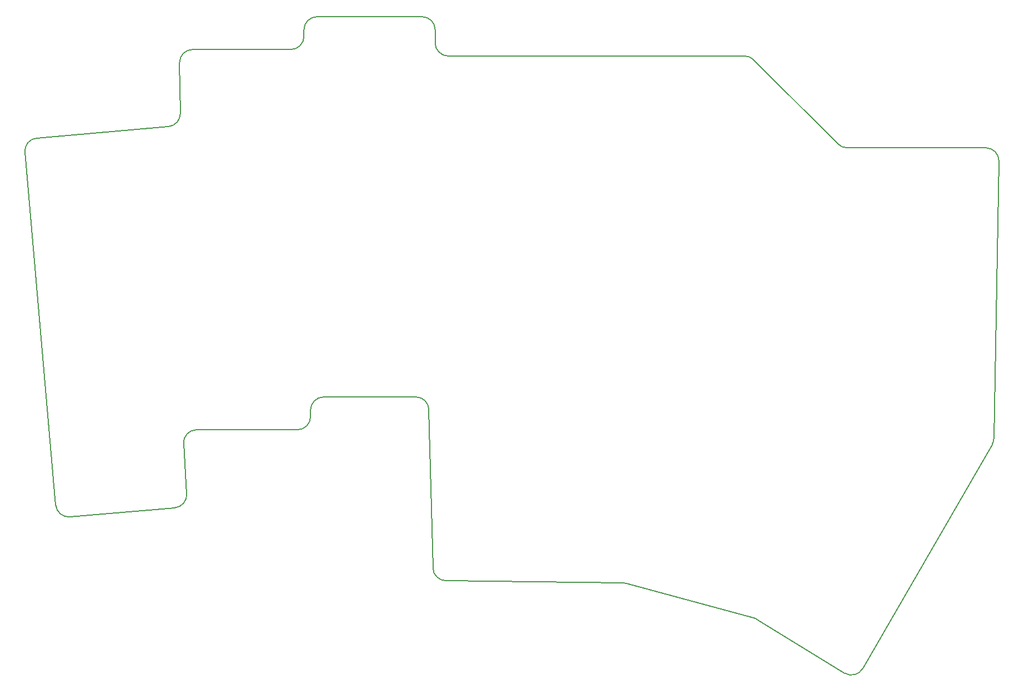
<source format=gbr>
%TF.GenerationSoftware,KiCad,Pcbnew,8.0.0*%
%TF.CreationDate,2024-03-23T03:27:30+01:00*%
%TF.ProjectId,cornish-v1.2,636f726e-6973-4682-9d76-312e322e6b69,v1.0.0*%
%TF.SameCoordinates,Original*%
%TF.FileFunction,Profile,NP*%
%FSLAX46Y46*%
G04 Gerber Fmt 4.6, Leading zero omitted, Abs format (unit mm)*
G04 Created by KiCad (PCBNEW 8.0.0) date 2024-03-23 03:27:30*
%MOMM*%
%LPD*%
G01*
G04 APERTURE LIST*
%TA.AperFunction,Profile*%
%ADD10C,0.150000*%
%TD*%
G04 APERTURE END LIST*
D10*
X195616127Y-96251688D02*
G75*
G02*
X193616112Y-94251688I-27J1999988D01*
G01*
X242170601Y-181937007D02*
X222747331Y-176684079D01*
X258816427Y-189664698D02*
G75*
G02*
X256036684Y-190368286I-1732027J999998D01*
G01*
X132879640Y-108768315D02*
X152941626Y-107013119D01*
X191616126Y-90251688D02*
G75*
G02*
X193616112Y-92251688I-26J-2000012D01*
G01*
X278797794Y-154556397D02*
G75*
G02*
X278530205Y-155519474I-1999694J36897D01*
G01*
X131061562Y-110935017D02*
G75*
G02*
X132879636Y-108768266I1992438J174317D01*
G01*
X155252209Y-155379345D02*
G75*
G02*
X157248130Y-153251731I1995891J127645D01*
G01*
X240787700Y-96251688D02*
G75*
G02*
X242201916Y-96837472I0J-2000012D01*
G01*
X155252209Y-155379345D02*
X155741473Y-163029040D01*
X242201913Y-96837475D02*
X255030340Y-109665902D01*
X154767073Y-104989732D02*
G75*
G02*
X152941624Y-107013101I-1999773J-30968D01*
G01*
X195616126Y-96251688D02*
X240787700Y-96251688D01*
X174616127Y-150251688D02*
X174616126Y-151251688D01*
X156656344Y-95251688D02*
X171616126Y-95251688D01*
X278530187Y-155519463D02*
X258816427Y-189664697D01*
X279578503Y-112288622D02*
X278797795Y-154556398D01*
X190665501Y-148251687D02*
X176616127Y-148251688D01*
X174616126Y-150251688D02*
G75*
G02*
X176616127Y-148251726I1999974J-12D01*
G01*
X137934674Y-166547608D02*
G75*
G02*
X135767997Y-164729529I-174274J1992408D01*
G01*
X222250301Y-176614879D02*
X195242257Y-176275865D01*
X173616127Y-93251688D02*
G75*
G02*
X171616126Y-95251727I-2000027J-12D01*
G01*
X135767972Y-164729531D02*
X131061562Y-110935016D01*
X195242257Y-176275864D02*
G75*
G02*
X193268003Y-174326007I25143J1999864D01*
G01*
X222250301Y-176614880D02*
G75*
G02*
X222747331Y-176684077I-25101J-1999920D01*
G01*
X242170602Y-181937009D02*
G75*
G02*
X242696178Y-182164032I-522102J-1930591D01*
G01*
X193267985Y-174326007D02*
X192664877Y-150201703D01*
X256444600Y-110251688D02*
X277578800Y-110251688D01*
X277578800Y-110251688D02*
G75*
G02*
X279578471Y-112288621I0J-2000012D01*
G01*
X190665501Y-148251688D02*
G75*
G02*
X192664887Y-150201703I-1J-2000012D01*
G01*
X154647608Y-97282699D02*
G75*
G02*
X156656344Y-95251688I1999792J30999D01*
G01*
X193616126Y-92251688D02*
X193616126Y-94251688D01*
X173616127Y-93251688D02*
X173616126Y-92251688D01*
X173616125Y-92251688D02*
G75*
G02*
X175616126Y-90251725I1999975J-12D01*
G01*
X175616126Y-90251688D02*
X191616126Y-90251688D01*
X256036667Y-190368314D02*
X242696177Y-182164033D01*
X256444600Y-110251688D02*
G75*
G02*
X255030366Y-109665876I0J1999988D01*
G01*
X155741472Y-163029040D02*
G75*
G02*
X153919859Y-165149045I-1995872J-127660D01*
G01*
X154767074Y-104989732D02*
X154647608Y-97282699D01*
X174616127Y-151251688D02*
G75*
G02*
X172616126Y-153251727I-2000027J-12D01*
G01*
X172616126Y-153251688D02*
X157248130Y-153251688D01*
X153919863Y-165149085D02*
X137934673Y-166547608D01*
M02*

</source>
